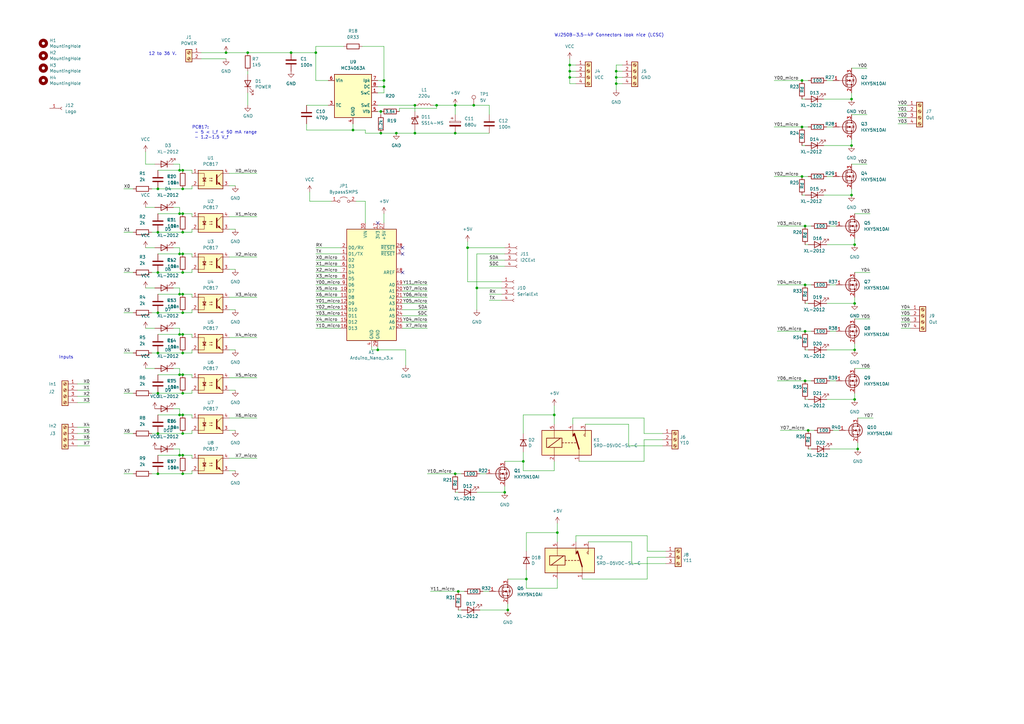
<source format=kicad_sch>
(kicad_sch (version 20211123) (generator eeschema)
  (paper "A3")
  (junction (at 101.6 21.59))
  (junction (at 74.93 170.18))
  (junction (at 350.52 163.83))
  (junction (at 73.66 186.69))
  (junction (at 64.77 128.27))
  (junction (at 350.52 100.33))
  (junction (at 73.66 153.67))
  (junction (at 73.66 87.63))
  (junction (at 191.77 101.6))
  (junction (at 170.18 43.18))
  (junction (at 74.93 161.29))
  (junction (at 64.77 194.31))
  (junction (at 207.01 201.93))
  (junction (at 64.77 144.78))
  (junction (at 179.07 43.18))
  (junction (at 227.33 170.18))
  (junction (at 208.28 250.19))
  (junction (at 74.93 111.76))
  (junction (at 186.69 43.18))
  (junction (at 215.9 237.49))
  (junction (at 252.73 34.29))
  (junction (at 74.93 144.78))
  (junction (at 195.58 118.11))
  (junction (at 73.66 120.65))
  (junction (at 233.68 31.75))
  (junction (at 92.71 21.59))
  (junction (at 119.38 21.59))
  (junction (at 328.93 33.02))
  (junction (at 74.93 194.31))
  (junction (at 233.68 29.21))
  (junction (at 187.96 242.57))
  (junction (at 157.48 33.02))
  (junction (at 350.52 124.46))
  (junction (at 252.73 29.21))
  (junction (at 330.2 116.84))
  (junction (at 64.77 177.8))
  (junction (at 74.93 104.14))
  (junction (at 157.48 35.56))
  (junction (at 74.93 128.27))
  (junction (at 156.21 45.72))
  (junction (at 73.66 69.85))
  (junction (at 74.93 177.8))
  (junction (at 144.78 53.34))
  (junction (at 350.52 143.51))
  (junction (at 186.69 54.61))
  (junction (at 228.6 218.44))
  (junction (at 154.94 143.51))
  (junction (at 74.93 137.16))
  (junction (at 349.25 80.01))
  (junction (at 194.31 43.18))
  (junction (at 74.93 120.65))
  (junction (at 330.2 92.71))
  (junction (at 162.56 54.61))
  (junction (at 73.66 104.14))
  (junction (at 214.63 189.23))
  (junction (at 328.93 52.07))
  (junction (at 328.93 72.39))
  (junction (at 73.66 137.16))
  (junction (at 74.93 95.25))
  (junction (at 351.79 184.15))
  (junction (at 252.73 31.75))
  (junction (at 233.68 26.67))
  (junction (at 330.2 135.89))
  (junction (at 349.25 59.69))
  (junction (at 129.54 21.59))
  (junction (at 74.93 153.67))
  (junction (at 330.2 156.21))
  (junction (at 64.77 111.76))
  (junction (at 74.93 87.63))
  (junction (at 170.18 54.61))
  (junction (at 349.25 40.64))
  (junction (at 74.93 77.47))
  (junction (at 64.77 161.29))
  (junction (at 156.21 54.61))
  (junction (at 186.69 194.31))
  (junction (at 74.93 69.85))
  (junction (at 64.77 77.47))
  (junction (at 64.77 95.25))
  (junction (at 74.93 186.69))
  (junction (at 331.47 176.53))
  (junction (at 73.66 170.18))
  (no_connect (at 165.1 101.6))
  (no_connect (at 165.1 104.14))
  (no_connect (at 154.94 91.44))
  (no_connect (at 165.1 111.76))
  (wire (pts (xy 179.07 43.18) (xy 177.8 43.18)))
  (wire (pts (xy 78.74 160.02) (xy 78.74 161.29)))
  (wire (pts (xy 200.66 43.18) (xy 194.31 43.18)))
  (wire (pts (xy 368.3 45.72) (xy 372.11 45.72)))
  (wire (pts (xy 129.54 101.6) (xy 139.7 101.6)))
  (wire (pts (xy 200.66 120.65) (xy 205.74 120.65)))
  (wire (pts (xy 350.52 121.92) (xy 350.52 124.46)))
  (wire (pts (xy 330.2 163.83) (xy 331.47 163.83)))
  (wire (pts (xy 73.66 67.31) (xy 73.66 69.85)))
  (wire (pts (xy 101.6 43.18) (xy 101.6 38.1)))
  (wire (pts (xy 71.12 151.13) (xy 73.66 151.13)))
  (wire (pts (xy 154.94 38.1) (xy 157.48 38.1)))
  (wire (pts (xy 350.52 130.81) (xy 356.87 130.81)))
  (wire (pts (xy 208.28 247.65) (xy 208.28 250.19)))
  (wire (pts (xy 129.54 33.02) (xy 129.54 21.59)))
  (wire (pts (xy 74.93 161.29) (xy 78.74 161.29)))
  (wire (pts (xy 93.98 160.02) (xy 96.52 160.02)))
  (wire (pts (xy 330.2 143.51) (xy 331.47 143.51)))
  (wire (pts (xy 340.36 116.84) (xy 342.9 116.84)))
  (wire (pts (xy 196.85 194.31) (xy 199.39 194.31)))
  (wire (pts (xy 340.36 92.71) (xy 342.9 92.71)))
  (wire (pts (xy 154.94 45.72) (xy 156.21 45.72)))
  (wire (pts (xy 166.37 149.86) (xy 166.37 143.51)))
  (wire (pts (xy 165.1 127) (xy 175.26 127)))
  (wire (pts (xy 179.07 44.45) (xy 179.07 43.18)))
  (wire (pts (xy 339.09 143.51) (xy 350.52 143.51)))
  (wire (pts (xy 227.33 193.04) (xy 214.63 193.04)))
  (wire (pts (xy 369.57 127) (xy 373.38 127)))
  (wire (pts (xy 93.98 176.53) (xy 96.52 176.53)))
  (wire (pts (xy 64.77 77.47) (xy 74.93 77.47)))
  (wire (pts (xy 349.25 38.1) (xy 349.25 40.64)))
  (wire (pts (xy 74.93 186.69) (xy 78.74 186.69)))
  (wire (pts (xy 78.74 176.53) (xy 78.74 177.8)))
  (wire (pts (xy 340.36 156.21) (xy 342.9 156.21)))
  (wire (pts (xy 264.16 180.34) (xy 271.78 180.34)))
  (wire (pts (xy 73.66 186.69) (xy 74.93 186.69)))
  (wire (pts (xy 134.62 33.02) (xy 129.54 33.02)))
  (wire (pts (xy 92.71 21.59) (xy 101.6 21.59)))
  (wire (pts (xy 228.6 241.3) (xy 215.9 241.3)))
  (wire (pts (xy 101.6 21.59) (xy 119.38 21.59)))
  (wire (pts (xy 339.09 33.02) (xy 341.63 33.02)))
  (wire (pts (xy 50.8 111.76) (xy 54.61 111.76)))
  (wire (pts (xy 157.48 19.05) (xy 157.48 33.02)))
  (wire (pts (xy 62.23 144.78) (xy 64.77 144.78)))
  (wire (pts (xy 74.93 87.63) (xy 78.74 87.63)))
  (wire (pts (xy 59.69 134.62) (xy 63.5 134.62)))
  (wire (pts (xy 175.26 194.31) (xy 186.69 194.31)))
  (wire (pts (xy 234.95 173.99) (xy 234.95 171.45)))
  (wire (pts (xy 317.5 33.02) (xy 328.93 33.02)))
  (wire (pts (xy 369.57 129.54) (xy 373.38 129.54)))
  (wire (pts (xy 146.05 82.55) (xy 149.86 82.55)))
  (wire (pts (xy 157.48 87.63) (xy 157.48 91.44)))
  (wire (pts (xy 214.63 193.04) (xy 214.63 189.23)))
  (wire (pts (xy 265.43 219.71) (xy 265.43 226.06)))
  (wire (pts (xy 252.73 31.75) (xy 252.73 29.21)))
  (wire (pts (xy 74.93 144.78) (xy 78.74 144.78)))
  (wire (pts (xy 64.77 120.65) (xy 73.66 120.65)))
  (wire (pts (xy 78.74 127) (xy 78.74 128.27)))
  (wire (pts (xy 148.59 19.05) (xy 157.48 19.05)))
  (wire (pts (xy 186.69 194.31) (xy 189.23 194.31)))
  (wire (pts (xy 252.73 34.29) (xy 255.27 34.29)))
  (wire (pts (xy 64.77 186.69) (xy 73.66 186.69)))
  (wire (pts (xy 368.3 50.8) (xy 372.11 50.8)))
  (wire (pts (xy 252.73 31.75) (xy 255.27 31.75)))
  (wire (pts (xy 50.8 177.8) (xy 54.61 177.8)))
  (wire (pts (xy 71.12 184.15) (xy 73.66 184.15)))
  (wire (pts (xy 191.77 101.6) (xy 207.01 101.6)))
  (wire (pts (xy 74.93 77.47) (xy 78.74 77.47)))
  (wire (pts (xy 154.94 143.51) (xy 152.4 143.51)))
  (wire (pts (xy 78.74 138.43) (xy 78.74 137.16)))
  (wire (pts (xy 78.74 110.49) (xy 78.74 111.76)))
  (wire (pts (xy 78.74 76.2) (xy 78.74 77.47)))
  (wire (pts (xy 349.25 77.47) (xy 349.25 80.01)))
  (wire (pts (xy 252.73 26.67) (xy 255.27 26.67)))
  (wire (pts (xy 59.69 67.31) (xy 63.5 67.31)))
  (wire (pts (xy 191.77 115.57) (xy 191.77 101.6)))
  (wire (pts (xy 234.95 171.45) (xy 264.16 171.45)))
  (wire (pts (xy 241.3 222.25) (xy 259.08 222.25)))
  (wire (pts (xy 129.54 114.3) (xy 139.7 114.3)))
  (wire (pts (xy 330.2 124.46) (xy 331.47 124.46)))
  (wire (pts (xy 318.77 116.84) (xy 330.2 116.84)))
  (wire (pts (xy 129.54 129.54) (xy 139.7 129.54)))
  (wire (pts (xy 71.12 134.62) (xy 73.66 134.62)))
  (wire (pts (xy 265.43 228.6) (xy 273.05 228.6)))
  (wire (pts (xy 129.54 132.08) (xy 139.7 132.08)))
  (wire (pts (xy 349.25 27.94) (xy 355.6 27.94)))
  (wire (pts (xy 337.82 59.69) (xy 349.25 59.69)))
  (wire (pts (xy 340.36 135.89) (xy 342.9 135.89)))
  (wire (pts (xy 195.58 118.11) (xy 205.74 118.11)))
  (wire (pts (xy 328.93 72.39) (xy 331.47 72.39)))
  (wire (pts (xy 78.74 143.51) (xy 78.74 144.78)))
  (wire (pts (xy 265.43 237.49) (xy 265.43 228.6)))
  (wire (pts (xy 165.1 121.92) (xy 175.26 121.92)))
  (wire (pts (xy 196.85 250.19) (xy 208.28 250.19)))
  (wire (pts (xy 227.33 189.23) (xy 227.33 193.04)))
  (wire (pts (xy 78.74 187.96) (xy 78.74 186.69)))
  (wire (pts (xy 317.5 72.39) (xy 328.93 72.39)))
  (wire (pts (xy 350.52 97.79) (xy 350.52 100.33)))
  (wire (pts (xy 64.77 177.8) (xy 74.93 177.8)))
  (wire (pts (xy 73.66 170.18) (xy 74.93 170.18)))
  (wire (pts (xy 129.54 127) (xy 139.7 127)))
  (wire (pts (xy 64.77 104.14) (xy 73.66 104.14)))
  (wire (pts (xy 73.66 118.11) (xy 73.66 120.65)))
  (wire (pts (xy 78.74 93.98) (xy 78.74 95.25)))
  (wire (pts (xy 214.63 189.23) (xy 214.63 185.42)))
  (wire (pts (xy 351.79 181.61) (xy 351.79 184.15)))
  (wire (pts (xy 162.56 54.61) (xy 156.21 54.61)))
  (wire (pts (xy 129.54 111.76) (xy 139.7 111.76)))
  (wire (pts (xy 129.54 134.62) (xy 139.7 134.62)))
  (wire (pts (xy 259.08 222.25) (xy 259.08 231.14)))
  (wire (pts (xy 165.1 116.84) (xy 175.26 116.84)))
  (wire (pts (xy 64.77 153.67) (xy 73.66 153.67)))
  (wire (pts (xy 50.8 161.29) (xy 54.61 161.29)))
  (wire (pts (xy 252.73 36.83) (xy 252.73 34.29)))
  (wire (pts (xy 93.98 171.45) (xy 105.41 171.45)))
  (wire (pts (xy 73.66 87.63) (xy 74.93 87.63)))
  (wire (pts (xy 233.68 26.67) (xy 236.22 26.67)))
  (wire (pts (xy 144.78 53.34) (xy 144.78 50.8)))
  (wire (pts (xy 78.74 171.45) (xy 78.74 170.18)))
  (wire (pts (xy 350.52 87.63) (xy 356.87 87.63)))
  (wire (pts (xy 74.93 153.67) (xy 78.74 153.67)))
  (wire (pts (xy 129.54 119.38) (xy 139.7 119.38)))
  (wire (pts (xy 82.55 24.13) (xy 92.71 24.13)))
  (wire (pts (xy 154.94 142.24) (xy 154.94 143.51)))
  (wire (pts (xy 93.98 193.04) (xy 96.52 193.04)))
  (wire (pts (xy 328.93 80.01) (xy 330.2 80.01)))
  (wire (pts (xy 125.73 43.18) (xy 134.62 43.18)))
  (wire (pts (xy 59.69 85.09) (xy 63.5 85.09)))
  (wire (pts (xy 129.54 19.05) (xy 140.97 19.05)))
  (wire (pts (xy 129.54 106.68) (xy 139.7 106.68)))
  (wire (pts (xy 200.66 109.22) (xy 207.01 109.22)))
  (wire (pts (xy 170.18 43.18) (xy 170.18 45.72)))
  (wire (pts (xy 31.75 175.26) (xy 36.83 175.26)))
  (wire (pts (xy 74.93 194.31) (xy 78.74 194.31)))
  (wire (pts (xy 149.86 82.55) (xy 149.86 91.44)))
  (wire (pts (xy 31.75 165.1) (xy 36.83 165.1)))
  (wire (pts (xy 341.63 176.53) (xy 344.17 176.53)))
  (wire (pts (xy 73.66 134.62) (xy 73.66 137.16)))
  (wire (pts (xy 233.68 26.67) (xy 233.68 29.21)))
  (wire (pts (xy 233.68 34.29) (xy 236.22 34.29)))
  (wire (pts (xy 349.25 46.99) (xy 355.6 46.99)))
  (wire (pts (xy 264.16 171.45) (xy 264.16 177.8)))
  (wire (pts (xy 257.81 182.88) (xy 271.78 182.88)))
  (wire (pts (xy 349.25 67.31) (xy 355.6 67.31)))
  (wire (pts (xy 186.69 43.18) (xy 194.31 43.18)))
  (wire (pts (xy 257.81 173.99) (xy 257.81 182.88)))
  (wire (pts (xy 127 78.74) (xy 127 82.55)))
  (wire (pts (xy 330.2 156.21) (xy 332.74 156.21)))
  (wire (pts (xy 50.8 95.25) (xy 54.61 95.25)))
  (wire (pts (xy 59.69 151.13) (xy 63.5 151.13)))
  (wire (pts (xy 207.01 199.39) (xy 207.01 201.93)))
  (wire (pts (xy 93.98 187.96) (xy 105.41 187.96)))
  (wire (pts (xy 259.08 231.14) (xy 273.05 231.14)))
  (wire (pts (xy 71.12 101.6) (xy 73.66 101.6)))
  (wire (pts (xy 179.07 43.18) (xy 186.69 43.18)))
  (wire (pts (xy 265.43 226.06) (xy 273.05 226.06)))
  (wire (pts (xy 170.18 53.34) (xy 170.18 54.61)))
  (wire (pts (xy 74.93 120.65) (xy 78.74 120.65)))
  (wire (pts (xy 227.33 170.18) (xy 227.33 173.99)))
  (wire (pts (xy 252.73 29.21) (xy 255.27 29.21)))
  (wire (pts (xy 31.75 160.02) (xy 36.83 160.02)))
  (wire (pts (xy 165.1 132.08) (xy 175.26 132.08)))
  (wire (pts (xy 129.54 124.46) (xy 139.7 124.46)))
  (wire (pts (xy 50.8 128.27) (xy 54.61 128.27)))
  (wire (pts (xy 318.77 135.89) (xy 330.2 135.89)))
  (wire (pts (xy 93.98 93.98) (xy 96.52 93.98)))
  (wire (pts (xy 62.23 177.8) (xy 64.77 177.8)))
  (wire (pts (xy 78.74 105.41) (xy 78.74 104.14)))
  (wire (pts (xy 228.6 218.44) (xy 228.6 222.25)))
  (wire (pts (xy 129.54 121.92) (xy 139.7 121.92)))
  (wire (pts (xy 93.98 154.94) (xy 105.41 154.94)))
  (wire (pts (xy 156.21 45.72) (xy 156.21 46.99)))
  (wire (pts (xy 170.18 54.61) (xy 162.56 54.61)))
  (wire (pts (xy 236.22 219.71) (xy 265.43 219.71)))
  (wire (pts (xy 93.98 105.41) (xy 105.41 105.41)))
  (wire (pts (xy 93.98 121.92) (xy 105.41 121.92)))
  (wire (pts (xy 330.2 116.84) (xy 332.74 116.84)))
  (wire (pts (xy 82.55 21.59) (xy 92.71 21.59)))
  (wire (pts (xy 73.66 69.85) (xy 74.93 69.85)))
  (wire (pts (xy 73.66 153.67) (xy 74.93 153.67)))
  (wire (pts (xy 73.66 151.13) (xy 73.66 153.67)))
  (wire (pts (xy 93.98 76.2) (xy 96.52 76.2)))
  (wire (pts (xy 233.68 24.13) (xy 233.68 26.67)))
  (wire (pts (xy 73.66 85.09) (xy 73.66 87.63)))
  (wire (pts (xy 238.76 237.49) (xy 265.43 237.49)))
  (wire (pts (xy 101.6 29.21) (xy 101.6 30.48)))
  (wire (pts (xy 195.58 118.11) (xy 195.58 104.14)))
  (wire (pts (xy 331.47 184.15) (xy 332.74 184.15)))
  (wire (pts (xy 149.86 54.61) (xy 149.86 53.34)))
  (wire (pts (xy 74.93 137.16) (xy 78.74 137.16)))
  (wire (pts (xy 156.21 54.61) (xy 149.86 54.61)))
  (wire (pts (xy 214.63 170.18) (xy 227.33 170.18)))
  (wire (pts (xy 215.9 226.06) (xy 215.9 218.44)))
  (wire (pts (xy 31.75 182.88) (xy 36.83 182.88)))
  (wire (pts (xy 74.93 69.85) (xy 78.74 69.85)))
  (wire (pts (xy 64.77 128.27) (xy 74.93 128.27)))
  (wire (pts (xy 74.93 104.14) (xy 78.74 104.14)))
  (wire (pts (xy 318.77 92.71) (xy 330.2 92.71)))
  (wire (pts (xy 339.09 52.07) (xy 341.63 52.07)))
  (wire (pts (xy 186.69 54.61) (xy 200.66 54.61)))
  (wire (pts (xy 349.25 57.15) (xy 349.25 59.69)))
  (wire (pts (xy 78.74 121.92) (xy 78.74 120.65)))
  (wire (pts (xy 93.98 127) (xy 96.52 127)))
  (wire (pts (xy 195.58 127) (xy 195.58 118.11)))
  (wire (pts (xy 129.54 21.59) (xy 129.54 19.05)))
  (wire (pts (xy 252.73 29.21) (xy 252.73 26.67)))
  (wire (pts (xy 62.23 95.25) (xy 64.77 95.25)))
  (wire (pts (xy 214.63 177.8) (xy 214.63 170.18)))
  (wire (pts (xy 186.69 201.93) (xy 187.96 201.93)))
  (wire (pts (xy 233.68 31.75) (xy 236.22 31.75)))
  (wire (pts (xy 129.54 104.14) (xy 139.7 104.14)))
  (wire (pts (xy 198.12 242.57) (xy 200.66 242.57)))
  (wire (pts (xy 200.66 46.99) (xy 200.66 43.18)))
  (wire (pts (xy 166.37 143.51) (xy 154.94 143.51)))
  (wire (pts (xy 205.74 115.57) (xy 191.77 115.57)))
  (wire (pts (xy 78.74 193.04) (xy 78.74 194.31)))
  (wire (pts (xy 154.94 33.02) (xy 157.48 33.02)))
  (wire (pts (xy 330.2 135.89) (xy 332.74 135.89)))
  (wire (pts (xy 64.77 170.18) (xy 73.66 170.18)))
  (wire (pts (xy 317.5 52.07) (xy 328.93 52.07)))
  (wire (pts (xy 152.4 143.51) (xy 152.4 142.24)))
  (wire (pts (xy 163.83 45.72) (xy 163.83 44.45)))
  (wire (pts (xy 154.94 43.18) (xy 170.18 43.18)))
  (wire (pts (xy 252.73 34.29) (xy 252.73 31.75)))
  (wire (pts (xy 330.2 92.71) (xy 332.74 92.71)))
  (wire (pts (xy 165.1 134.62) (xy 175.26 134.62)))
  (wire (pts (xy 228.6 237.49) (xy 228.6 241.3)))
  (wire (pts (xy 215.9 218.44) (xy 228.6 218.44)))
  (wire (pts (xy 228.6 214.63) (xy 228.6 218.44)))
  (wire (pts (xy 149.86 53.34) (xy 144.78 53.34)))
  (wire (pts (xy 62.23 161.29) (xy 64.77 161.29)))
  (wire (pts (xy 64.77 137.16) (xy 73.66 137.16)))
  (wire (pts (xy 93.98 88.9) (xy 105.41 88.9)))
  (wire (pts (xy 74.93 95.25) (xy 78.74 95.25)))
  (wire (pts (xy 73.66 137.16) (xy 74.93 137.16)))
  (wire (pts (xy 64.77 111.76) (xy 74.93 111.76)))
  (wire (pts (xy 369.57 134.62) (xy 373.38 134.62)))
  (wire (pts (xy 64.77 161.29) (xy 74.93 161.29)))
  (wire (pts (xy 328.93 52.07) (xy 331.47 52.07)))
  (wire (pts (xy 74.93 111.76) (xy 78.74 111.76)))
  (wire (pts (xy 165.1 129.54) (xy 175.26 129.54)))
  (wire (pts (xy 59.69 118.11) (xy 63.5 118.11)))
  (wire (pts (xy 339.09 163.83) (xy 350.52 163.83)))
  (wire (pts (xy 50.8 144.78) (xy 54.61 144.78)))
  (wire (pts (xy 227.33 166.37) (xy 227.33 170.18)))
  (wire (pts (xy 264.16 177.8) (xy 271.78 177.8)))
  (wire (pts (xy 328.93 40.64) (xy 330.2 40.64)))
  (wire (pts (xy 233.68 29.21) (xy 236.22 29.21)))
  (wire (pts (xy 157.48 35.56) (xy 154.94 35.56)))
  (wire (pts (xy 78.74 71.12) (xy 78.74 69.85)))
  (wire (pts (xy 264.16 189.23) (xy 264.16 180.34)))
  (wire (pts (xy 62.23 77.47) (xy 64.77 77.47)))
  (wire (pts (xy 208.28 237.49) (xy 215.9 237.49)))
  (wire (pts (xy 368.3 48.26) (xy 372.11 48.26)))
  (wire (pts (xy 50.8 77.47) (xy 54.61 77.47)))
  (wire (pts (xy 31.75 162.56) (xy 36.83 162.56)))
  (wire (pts (xy 200.66 106.68) (xy 207.01 106.68)))
  (wire (pts (xy 62.23 194.31) (xy 64.77 194.31)))
  (wire (pts (xy 339.09 72.39) (xy 341.63 72.39)))
  (wire (pts (xy 236.22 222.25) (xy 236.22 219.71)))
  (wire (pts (xy 187.96 242.57) (xy 190.5 242.57)))
  (wire (pts (xy 64.77 95.25) (xy 74.93 95.25)))
  (wire (pts (xy 350.52 151.13) (xy 356.87 151.13)))
  (wire (pts (xy 74.93 170.18) (xy 78.74 170.18)))
  (wire (pts (xy 62.23 128.27) (xy 64.77 128.27)))
  (wire (pts (xy 59.69 62.23) (xy 59.69 67.31)))
  (wire (pts (xy 31.75 177.8) (xy 36.83 177.8)))
  (wire (pts (xy 369.57 132.08) (xy 373.38 132.08)))
  (wire (pts (xy 157.48 38.1) (xy 157.48 35.56)))
  (wire (pts (xy 351.79 171.45) (xy 358.14 171.45)))
  (wire (pts (xy 165.1 119.38) (xy 175.26 119.38)))
  (wire (pts (xy 339.09 124.46) (xy 350.52 124.46)))
  (wire (pts (xy 64.77 144.78) (xy 74.93 144.78)))
  (wire (pts (xy 350.52 140.97) (xy 350.52 143.51)))
  (wire (pts (xy 71.12 67.31) (xy 73.66 67.31)))
  (wire (pts (xy 73.66 101.6) (xy 73.66 104.14)))
  (wire (pts (xy 71.12 85.09) (xy 73.66 85.09)))
  (wire (pts (xy 129.54 109.22) (xy 139.7 109.22)))
  (wire (pts (xy 368.3 43.18) (xy 372.11 43.18)))
  (wire (pts (xy 59.69 101.6) (xy 63.5 101.6)))
  (wire (pts (xy 125.73 53.34) (xy 144.78 53.34)))
  (wire (pts (xy 93.98 138.43) (xy 105.41 138.43)))
  (wire (pts (xy 125.73 50.8) (xy 125.73 53.34)))
  (wire (pts (xy 119.38 21.59) (xy 129.54 21.59)))
  (wire (pts (xy 170.18 54.61) (xy 186.69 54.61)))
  (wire (pts (xy 233.68 31.75) (xy 233.68 34.29)))
  (wire (pts (xy 187.96 250.19) (xy 189.23 250.19)))
  (wire (pts (xy 195.58 104.14) (xy 207.01 104.14)))
  (wire (pts (xy 350.52 111.76) (xy 356.87 111.76)))
  (wire (pts (xy 240.03 173.99) (xy 257.81 173.99)))
  (wire (pts (xy 337.82 80.01) (xy 349.25 80.01)))
  (wire (pts (xy 186.69 43.18) (xy 186.69 46.99)))
  (wire (pts (xy 163.83 44.45) (xy 179.07 44.45)))
  (wire (pts (xy 73.66 120.65) (xy 74.93 120.65)))
  (wire (pts (xy 71.12 118.11) (xy 73.66 118.11)))
  (wire (pts (xy 78.74 88.9) (xy 78.74 87.63)))
  (wire (pts (xy 318.77 156.21) (xy 330.2 156.21)))
  (wire (pts (xy 207.01 189.23) (xy 214.63 189.23)))
  (wire (pts (xy 129.54 116.84) (xy 139.7 116.84)))
  (wire (pts (xy 157.48 33.02) (xy 157.48 35.56)))
  (wire (pts (xy 78.74 154.94) (xy 78.74 153.67)))
  (wire (pts (xy 350.52 161.29) (xy 350.52 163.83)))
  (wire (pts (xy 320.04 176.53) (xy 331.47 176.53)))
  (wire (pts (xy 237.49 189.23) (xy 264.16 189.23)))
  (wire (pts (xy 73.66 104.14) (xy 74.93 104.14)))
  (wire (pts (xy 195.58 201.93) (xy 207.01 201.93)))
  (wire (pts (xy 93.98 143.51) (xy 96.52 143.51)))
  (wire (pts (xy 50.8 194.31) (xy 54.61 194.31)))
  (wire (pts (xy 62.23 111.76) (xy 64.77 111.76)))
  (wire (pts (xy 340.36 184.15) (xy 351.79 184.15)))
  (wire (pts (xy 176.53 242.57) (xy 187.96 242.57)))
  (wire (pts (xy 330.2 100.33) (xy 331.47 100.33)))
  (wire (pts (xy 74.93 177.8) (xy 78.74 177.8)))
  (wire (pts (xy 31.75 157.48) (xy 36.83 157.48)))
  (wire (pts (xy 337.82 40.64) (xy 349.25 40.64)))
  (wire (pts (xy 215.9 237.49) (xy 215.9 233.68)))
  (wire (pts (xy 191.77 99.06) (xy 191.77 101.6)))
  (wire (pts (xy 93.98 71.12) (xy 105.41 71.12)))
  (wire (pts (xy 331.47 176.53) (xy 334.01 176.53)))
  (wire (pts (xy 93.98 110.49) (xy 96.52 110.49)))
  (wire (pts (xy 73.66 184.15) (xy 73.66 186.69)))
  (wire (pts (xy 73.66 167.64) (xy 73.66 170.18)))
  (wire (pts (xy 127 82.55) (xy 135.89 82.55)))
  (wire (pts (xy 328.93 59.69) (xy 330.2 59.69)))
  (wire (pts (xy 71.12 167.64) (xy 73.66 167.64)))
  (wire (pts (xy 64.77 87.63) (xy 73.66 87.63)))
  (wire (pts (xy 339.09 100.33) (xy 350.52 100.33)))
  (wire (pts (xy 165.1 124.46) (xy 175.26 124.46)))
  (wire (pts (xy 74.93 128.27) (xy 78.74 128.27)))
  (wire (pts (xy 200.66 123.19) (xy 205.74 123.19)))
  (wire (pts (xy 31.75 180.34) (xy 36.83 180.34)))
  (wire (pts (xy 64.77 69.85) (xy 73.66 69.85)))
  (wire (pts (xy 233.68 29.21) (xy 233.68 31.75)))
  (wire (pts (xy 215.9 241.3) (xy 215.9 237.49)))
  (wire (pts (xy 328.93 33.02) (xy 331.47 33.02)))
  (wire (pts (xy 64.77 194.31) (xy 74.93 194.31)))
  (text "Inputs" (at 24.13 147.32 0) (effects (font (size 1.27 1.27)) (justify left bottom)))
  (text "12 to 36 V." (at 60.96 22.86 0) (effects (font (size 1.27 1.27)) (justify left bottom)))
  (text "PC817:\n - 5 < I_f < 50 mA range\n - 1.2-1.5 V_f" (at 78.74 57.15 0) (effects (font (size 1.27 1.27)) (justify left bottom)))
  (text "WJ250B-3.5-4P Connectors look nice (LCSC)\n" (at 227.33 15.24 0) (effects (font (size 1.27 1.27)) (justify left bottom)))
  (label "X1" (at 36.83 160.02 180))
  (label "X3_micro" (at 105.41 121.92 180))
  (label "Y04_micro" (at 175.26 132.08 180))
  (label "Y01_micro" (at 129.54 124.46 0))
  (label "X6" (at 36.83 180.34 180))
  (label "X7_micro" (at 105.41 187.96 180))
  (label "X3" (at 50.8 128.27 0))
  (label "Y02" (at 368.3 48.26 0))
  (label "Y00" (at 355.6 27.94 180))
  (label "Y04" (at 356.87 111.76 180))
  (label "X4" (at 36.83 175.26 180))
  (label "X4" (at 50.8 144.78 0))
  (label "Y01" (at 355.6 46.99 180))
  (label "Y05_micro" (at 175.26 124.46 180))
  (label "Y11_micro" (at 175.26 116.84 180))
  (label "TX" (at 129.54 104.14 0))
  (label "X5" (at 36.83 177.8 180))
  (label "X0_micro" (at 105.41 71.12 180))
  (label "Y01" (at 368.3 45.72 0))
  (label "SDA" (at 200.66 106.68 0))
  (label "Y00_micro" (at 129.54 116.84 0))
  (label "Y06" (at 369.57 132.08 0))
  (label "X0_micro" (at 129.54 106.68 0))
  (label "RX" (at 200.66 120.65 0))
  (label "Y05_micro" (at 318.77 135.89 0))
  (label "Y01_micro" (at 317.5 52.07 0))
  (label "Y06_micro" (at 318.77 156.21 0))
  (label "X2" (at 36.83 162.56 180))
  (label "X5_micro" (at 129.54 119.38 0))
  (label "Y04" (at 369.57 127 0))
  (label "X6_micro" (at 129.54 121.92 0))
  (label "SDC" (at 175.26 129.54 180))
  (label "Y05" (at 356.87 130.81 180))
  (label "Y10_micro" (at 175.26 194.31 0))
  (label "X6_micro" (at 105.41 171.45 180))
  (label "X1_micro" (at 129.54 109.22 0))
  (label "Y00_micro" (at 317.5 33.02 0))
  (label "Y07" (at 358.14 171.45 180))
  (label "X2" (at 50.8 111.76 0))
  (label "X3_micro" (at 129.54 114.3 0))
  (label "X0" (at 50.8 77.47 0))
  (label "X1_micro" (at 105.41 88.9 180))
  (label "Y05" (at 369.57 129.54 0))
  (label "X1" (at 50.8 95.25 0))
  (label "X5_micro" (at 105.41 154.94 180))
  (label "X7_micro" (at 175.26 134.62 180))
  (label "Y10_micro" (at 129.54 134.62 0))
  (label "X4_micro" (at 105.41 138.43 180))
  (label "X0" (at 36.83 157.48 180))
  (label "X7" (at 50.8 194.31 0))
  (label "Y06" (at 356.87 151.13 180))
  (label "SDA" (at 175.26 127 180))
  (label "X7" (at 36.83 182.88 180))
  (label "Y11_micro" (at 176.53 242.57 0))
  (label "Y02_micro" (at 129.54 127 0))
  (label "RX" (at 129.54 101.6 0))
  (label "Y03" (at 368.3 50.8 0))
  (label "X6" (at 50.8 177.8 0))
  (label "X2_micro" (at 105.41 105.41 180))
  (label "Y03_micro" (at 129.54 129.54 0))
  (label "Y02" (at 355.6 67.31 180))
  (label "X3" (at 36.83 165.1 180))
  (label "X5" (at 50.8 161.29 0))
  (label "SDC" (at 200.66 109.22 0))
  (label "Y02_micro" (at 317.5 72.39 0))
  (label "X2_micro" (at 129.54 111.76 0))
  (label "TX" (at 200.66 123.19 0))
  (label "Y00" (at 368.3 43.18 0))
  (label "Y03" (at 356.87 87.63 180))
  (label "Y06_micro" (at 175.26 121.92 180))
  (label "X4_micro" (at 129.54 132.08 0))
  (label "Y04_micro" (at 318.77 116.84 0))
  (label "Y07_micro" (at 320.04 176.53 0))
  (label "Y07_micro" (at 175.26 119.38 180))
  (label "Y07" (at 369.57 134.62 0))
  (label "Y03_micro" (at 318.77 92.71 0))
  (symbol (lib_id "Connector:Screw_Terminal_01x03") (at 276.86 180.34 0) (unit 1)
    (property "Reference" "J6" (at 278.892 179.2732 0) (effects (justify left)))
    (property "Value" "Y10" (at 278.892 181.5846 0) (effects (justify left)))
    (property "Footprint" "TerminalBlock_RND:TerminalBlock_RND_205-00046_1x03_P5.00mm_Horizontal" (effects hide))
    (property "LCSCPart" "C8401" (effects hide))
  )
  (symbol (lib_id "MCU_Module:Arduino_Nano_v3.x") (at 152.4 116.84 0) (unit 1)
    (property "Reference" "A1" (at 152.4 144.5006 0))
    (property "Value" "Arduino_Nano_v3.x" (at 152.4 146.812 0))
    (property "Footprint" "Module:Arduino_Nano" (effects hide))
    (property "Datasheet" "http://www.mouser.com/pdfdocs/Gravitech_Arduino_Nano3_0.pdf" (effects hide))
  )
  (symbol (lib_id "Device:D") (at 214.63 181.61 270) (unit 1)
    (property "Reference" "D2" (at 216.662 180.4416 90) (effects (justify left)))
    (property "Value" "D" (at 216.662 182.753 90) (effects (justify left)))
    (property "Footprint" "Diode_SMD:D_SMA" (effects hide))
    (property "LCSCPart" "C95872" (effects hide))
  )
  (symbol (lib_id "power:GND") (at 166.37 149.86 0) (unit 1)
    (property "Reference" "#PWR0107" (effects hide))
    (property "Value" "GND" (at 166.497 154.2542 0))
  )
  (symbol (lib_id "Relay:SANYOU_SRD_Form_C") (at 232.41 181.61 0) (unit 1)
    (property "Reference" "K1" (at 243.332 180.4416 0) (effects (justify left)))
    (property "Value" "SRD-05VDC-SL-C" (at 243.332 182.753 0) (effects (justify left)))
    (property "Footprint" "Relay_THT:Relay_SPDT_SANYOU_SRD_Series_Form_C" (effects hide))
    (property "Datasheet" "http://www.sanyourelay.ca/public/products/pdf/SRD.pdf" (effects hide))
    (property "LCSCPart" "C35449" (effects hide))
  )
  (symbol (lib_id "Device:LED") (at 101.6 34.29 90) (unit 1)
    (property "Reference" "D1" (at 104.5972 33.2994 90) (effects (justify right)))
    (property "Value" "POWER" (at 104.5972 35.6108 90) (effects (justify right)))
    (property "Footprint" "LED_SMD:LED_0805_2012Metric" (effects hide))
  )
  (symbol (lib_id "Device:R") (at 101.6 25.4 0) (unit 1)
    (property "Reference" "R7" (at 103.378 24.2316 0) (effects (justify left)))
    (property "Value" "1k5" (at 103.378 26.543 0) (effects (justify left)))
    (property "Footprint" "Resistor_SMD:R_0805_2012Metric" (effects hide))
  )
  (symbol (lib_id "power:GND") (at 101.6 43.18 0) (unit 1)
    (property "Reference" "#PWR0109" (effects hide))
    (property "Value" "GND" (at 101.727 47.5742 0))
  )
  (symbol (lib_id "Mechanical:MountingHole") (at 17.78 22.86 0) (unit 1)
    (property "Reference" "H2" (at 20.32 21.59 0) (effects (justify left)))
    (property "Value" "MountingHole" (at 20.32 24.003 0) (effects (justify left)))
    (property "Footprint" "MountingHole:MountingHole_3.2mm_M3_DIN965_Pad" (effects hide))
  )
  (symbol (lib_id "Mechanical:MountingHole") (at 17.78 27.94 0) (unit 1)
    (property "Reference" "H3" (at 20.32 26.7716 0) (effects (justify left)))
    (property "Value" "MountingHole" (at 20.32 29.083 0) (effects (justify left)))
    (property "Footprint" "MountingHole:MountingHole_3.2mm_M3_DIN965_Pad" (effects hide))
  )
  (symbol (lib_id "Mechanical:MountingHole") (at 17.78 33.02 0) (unit 1)
    (property "Reference" "H4" (at 20.32 31.8516 0) (effects (justify left)))
    (property "Value" "MountingHole" (at 20.32 34.163 0) (effects (justify left)))
    (property "Footprint" "MountingHole:MountingHole_3.2mm_M3_DIN965_Pad" (effects hide))
  )
  (symbol (lib_id "Device:LED") (at 67.31 85.09 180) (unit 1)
    (property "Reference" "D4" (at 68.8975 77.47 0))
    (property "Value" "XL-2012" (at 68.8975 80.01 0))
    (property "Footprint" "LED_SMD:LED_0805_2012Metric" (effects hide))
  )
  (symbol (lib_id "Device:R") (at 186.69 198.12 0) (unit 1)
    (property "Reference" "R21" (at 181.61 196.85 0) (effects (justify left)))
    (property "Value" "Rd" (at 186.69 199.39 90) (effects (justify left)))
    (property "Footprint" "Resistor_SMD:R_0805_2012Metric" (effects hide))
  )
  (symbol (lib_id "power:+5V") (at 186.69 43.18 0) (unit 1)
    (property "Reference" "#PWR0125" (effects hide))
    (property "Value" "+5V" (at 186.69 38.1 0))
  )
  (symbol (lib_id "Device:R") (at 58.42 177.8 270) (unit 1)
    (property "Reference" "R8" (at 58.42 171.45 90))
    (property "Value" "2k" (at 58.42 173.99 90))
    (property "Footprint" "Resistor_SMD:R_0805_2012Metric" (effects hide))
  )
  (symbol (lib_id "Device:C") (at 119.38 25.4 0) (unit 1)
    (property "Reference" "C1" (at 123.19 24.1299 0) (effects (justify left)))
    (property "Value" "100n" (at 123.19 26.6699 0) (effects (justify left)))
    (property "Footprint" "Capacitor_SMD:C_0805_2012Metric" (effects hide))
  )
  (symbol (lib_id "Device:LED") (at 336.55 184.15 180) (unit 1)
    (property "Reference" "D22" (at 336.55 181.61 0))
    (property "Value" "XL-2012" (at 335.28 186.69 0))
    (property "Footprint" "LED_SMD:LED_0805_2012Metric" (effects hide))
  )
  (symbol (lib_id "power:+5V") (at 157.48 87.63 0) (unit 1)
    (property "Reference" "#PWR0118" (effects hide))
    (property "Value" "+5V" (at 157.48 82.55 0))
  )
  (symbol (lib_id "Device:C") (at 64.77 73.66 0) (unit 1)
    (property "Reference" "C2" (at 68.58 72.3899 0) (effects (justify left)))
    (property "Value" "100n" (at 68.58 74.9299 0) (effects (justify left)))
    (property "Footprint" "Capacitor_SMD:C_0805_2012Metric" (effects hide))
  )
  (symbol (lib_id "Device:C") (at 125.73 46.99 0) (unit 1)
    (property "Reference" "C10" (at 129.54 45.7199 0) (effects (justify left)))
    (property "Value" "470p" (at 129.54 48.2599 0) (effects (justify left)))
    (property "Footprint" "Capacitor_SMD:C_0805_2012Metric" (effects hide))
  )
  (symbol (lib_id "Device:R") (at 337.82 176.53 90) (unit 1)
    (property "Reference" "R40" (at 342.9 175.26 90))
    (property "Value" "100" (at 337.82 176.53 90))
    (property "Footprint" "Resistor_SMD:R_0805_2012Metric" (effects hide))
  )
  (symbol (lib_id "Device:LED") (at 335.28 100.33 180) (unit 1)
    (property "Reference" "D16" (at 335.28 97.79 0))
    (property "Value" "XL-2012" (at 334.01 102.87 0))
    (property "Footprint" "LED_SMD:LED_0805_2012Metric" (effects hide))
  )
  (symbol (lib_id "Device:R") (at 58.42 128.27 270) (unit 1)
    (property "Reference" "R4" (at 58.42 121.92 90))
    (property "Value" "2k" (at 58.42 124.46 90))
    (property "Footprint" "Resistor_SMD:R_0805_2012Metric" (effects hide))
  )
  (symbol (lib_id "power:GND") (at 162.56 54.61 0) (unit 1)
    (property "Reference" "#PWR0120" (effects hide))
    (property "Value" "GND" (at 162.56 59.69 0))
  )
  (symbol (lib_id "Mechanical:MountingHole") (at 17.78 17.78 0) (unit 1)
    (property "Reference" "H1" (at 20.32 16.6116 0) (effects (justify left)))
    (property "Value" "MountingHole" (at 20.32 18.923 0) (effects (justify left)))
    (property "Footprint" "MountingHole:MountingHole_3.2mm_M3_DIN965_Pad" (effects hide))
  )
  (symbol (lib_id "Device:R") (at 336.55 92.71 90) (unit 1)
    (property "Reference" "R30" (at 341.63 91.44 90))
    (property "Value" "100" (at 336.55 92.71 90))
    (property "Footprint" "Resistor_SMD:R_0805_2012Metric" (effects hide))
  )
  (symbol (lib_id "power:VCC") (at 127 78.74 0) (unit 1)
    (property "Reference" "#PWR0119" (effects hide))
    (property "Value" "VCC" (at 127 73.66 0))
  )
  (symbol (lib_id "Device:R") (at 328.93 36.83 0) (unit 1)
    (property "Reference" "R23" (at 323.85 35.56 0) (effects (justify left)))
    (property "Value" "Rd" (at 328.93 38.1 90) (effects (justify left)))
    (property "Footprint" "Resistor_SMD:R_0805_2012Metric" (effects hide))
  )
  (symbol (lib_id "power:VCC") (at 63.5 184.15 0) (unit 1)
    (property "Reference" "#PWR0110" (effects hide))
    (property "Value" "VCC" (at 63.5 179.07 0))
  )
  (symbol (lib_id "power:GND") (at 349.25 80.01 0) (unit 1)
    (property "Reference" "#PWR0126" (effects hide))
    (property "Value" "GND" (at 349.25 85.09 0))
  )
  (symbol (lib_id "Device:Q_NMOS_GSD") (at 347.98 116.84 0) (unit 1)
    (property "Reference" "Q7" (at 354.33 115.5699 0) (effects (justify left)))
    (property "Value" "HXY5N10AI" (at 354.33 118.1099 0) (effects (justify left)))
    (property "Footprint" "Package_TO_SOT_SMD:SOT-23" (effects hide))
    (property "LCSCPart" "C3033404" (effects hide))
  )
  (symbol (lib_id "power:GND") (at 349.25 59.69 0) (unit 1)
    (property "Reference" "#PWR0128" (effects hide))
    (property "Value" "GND" (at 349.25 64.77 0))
  )
  (symbol (lib_id "Device:LED") (at 67.31 67.31 180) (unit 1)
    (property "Reference" "D3" (at 68.8975 59.69 0))
    (property "Value" "XL-2012" (at 68.8975 62.23 0))
    (property "Footprint" "LED_SMD:LED_0805_2012Metric" (effects hide))
  )
  (symbol (lib_id "power:GND") (at 349.25 40.64 0) (unit 1)
    (property "Reference" "#PWR0132" (effects hide))
    (property "Value" "GND" (at 349.25 45.72 0))
  )
  (symbol (lib_id "power:VCC") (at 63.5 167.64 0) (unit 1)
    (property "Reference" "#PWR0111" (effects hide))
    (property "Value" "VCC" (at 63.5 162.56 0))
  )
  (symbol (lib_id "Device:D") (at 215.9 229.87 270) (unit 1)
    (property "Reference" "D18" (at 217.932 228.7016 90) (effects (justify left)))
    (property "Value" "D" (at 217.932 231.013 90) (effects (justify left)))
    (property "Footprint" "Diode_SMD:D_SMA" (effects hide))
    (property "LCSCPart" "C95872" (effects hide))
  )
  (symbol (lib_id "Connector:TestPoint") (at 194.31 43.18 0) (unit 1)
    (property "Reference" "TP1" (at 196.85 38.6079 0) (effects (justify left)))
    (property "Value" "5V" (at 196.85 41.1479 0) (effects (justify left)))
    (property "Footprint" "TestPoint:TestPoint_Pad_D1.5mm" (effects hide))
  )
  (symbol (lib_id "power:+5V") (at 228.6 214.63 0) (unit 1)
    (property "Reference" "#PWR0137" (effects hide))
    (property "Value" "+5V" (at 228.6 209.55 0))
  )
  (symbol (lib_id "Device:LED") (at 334.01 80.01 180) (unit 1)
    (property "Reference" "D15" (at 334.01 77.47 0))
    (property "Value" "XL-2012" (at 332.74 82.55 0))
    (property "Footprint" "LED_SMD:LED_0805_2012Metric" (effects hide))
  )
  (symbol (lib_id "Device:R") (at 160.02 45.72 90) (unit 1)
    (property "Reference" "R20" (at 160.02 39.37 90))
    (property "Value" "3.6k" (at 160.02 45.72 90))
    (property "Footprint" "Resistor_SMD:R_0805_2012Metric" (effects hide))
  )
  (symbol (lib_id "Connector:Screw_Terminal_01x03") (at 278.13 228.6 0) (unit 1)
    (property "Reference" "J8" (at 280.162 227.5332 0) (effects (justify left)))
    (property "Value" "Y11" (at 280.162 229.8446 0) (effects (justify left)))
    (property "Footprint" "TerminalBlock_RND:TerminalBlock_RND_205-00046_1x03_P5.00mm_Horizontal" (effects hide))
  )
  (symbol (lib_id "Device:R") (at 336.55 116.84 90) (unit 1)
    (property "Reference" "R37" (at 341.63 115.57 90))
    (property "Value" "100" (at 336.55 116.84 90))
    (property "Footprint" "Resistor_SMD:R_0805_2012Metric" (effects hide))
  )
  (symbol (lib_id "Device:R") (at 187.96 246.38 0) (unit 1)
    (property "Reference" "R31" (at 182.88 245.11 0) (effects (justify left)))
    (property "Value" "Rd" (at 187.96 247.65 90) (effects (justify left)))
    (property "Footprint" "Resistor_SMD:R_0805_2012Metric" (effects hide))
  )
  (symbol (lib_id "Device:R") (at 74.93 91.44 0) (mirror x) (unit 1)
    (property "Reference" "R11" (at 72.39 90.1699 0) (effects (justify right)))
    (property "Value" "1k" (at 72.39 92.7099 0) (effects (justify right)))
    (property "Footprint" "Resistor_SMD:R_0805_2012Metric" (effects hide))
  )
  (symbol (lib_id "power:GND") (at 96.52 176.53 0) (unit 1)
    (property "Reference" "#PWR0103" (effects hide))
    (property "Value" "GND" (at 96.52 181.61 0))
  )
  (symbol (lib_id "Device:Q_NMOS_GSD") (at 205.74 242.57 0) (unit 1)
    (property "Reference" "Q6" (at 212.09 241.2999 0) (effects (justify left)))
    (property "Value" "HXY5N10AI" (at 212.09 243.8399 0) (effects (justify left)))
    (property "Footprint" "Package_TO_SOT_SMD:SOT-23" (effects hide))
    (property "LCSCPart" "C3033404" (effects hide))
  )
  (symbol (lib_id "Connector:Screw_Terminal_01x02") (at 77.47 21.59 0) (mirror y) (unit 1)
    (property "Reference" "J1" (at 77.47 15.24 0))
    (property "Value" "POWER" (at 77.47 17.78 0))
    (property "Footprint" "TerminalBlock_RND:TerminalBlock_RND_205-00045_1x02_P5.00mm_Horizontal" (effects hide))
    (property "LCSCPart" "C8404" (effects hide))
  )
  (symbol (lib_id "Device:R") (at 156.21 50.8 0) (unit 1)
    (property "Reference" "R19" (at 158.75 49.5299 0) (effects (justify left)))
    (property "Value" "1.2k" (at 156.21 53.34 90) (effects (justify left)))
    (property "Footprint" "Resistor_SMD:R_0805_2012Metric" (effects hide))
  )
  (symbol (lib_id "Isolator:PC817") (at 86.36 91.44 0) (unit 1)
    (property "Reference" "U2" (at 86.36 82.55 0))
    (property "Value" "PC817" (at 86.36 85.09 0))
    (property "Footprint" "Package_DIP:DIP-4_W7.62mm" (effects hide))
    (property "Datasheet" "http://www.soselectronic.cz/a_info/resource/d/pc817.pdf" (effects hide))
    (property "LCSCPart" "C7473156" (effects hide))
  )
  (symbol (lib_id "Device:LED") (at 334.01 40.64 180) (unit 1)
    (property "Reference" "D13" (at 334.01 38.1 0))
    (property "Value" "XL-2012" (at 332.74 43.18 0))
    (property "Footprint" "LED_SMD:LED_0805_2012Metric" (effects hide))
  )
  (symbol (lib_id "Connector:Screw_Terminal_01x04") (at 378.46 129.54 0) (unit 1)
    (property "Reference" "J9" (at 381 129.5399 0) (effects (justify left)))
    (property "Value" "Out" (at 381 132.0799 0) (effects (justify left)))
    (property "Footprint" "TerminalBlock_RND:TerminalBlock_RND_205-00047_1x04_P5.00mm_Horizontal" (effects hide))
  )
  (symbol (lib_id "power:VCC") (at 59.69 118.11 0) (unit 1)
    (property "Reference" "#PWR0116" (effects hide))
    (property "Value" "VCC" (at 59.69 113.03 0))
  )
  (symbol (lib_id "power:GND") (at 96.52 110.49 0) (unit 1)
    (property "Reference" "#PWR0124" (effects hide))
    (property "Value" "GND" (at 96.52 115.57 0))
  )
  (symbol (lib_id "Connector:Screw_Terminal_01x04") (at 260.35 29.21 0) (unit 1)
    (property "Reference" "J5" (at 262.89 29.2099 0) (effects (justify left)))
    (property "Value" "GND" (at 262.89 31.7499 0) (effects (justify left)))
    (property "Footprint" "TerminalBlock_RND:TerminalBlock_RND_205-00047_1x04_P5.00mm_Horizontal" (effects hide))
  )
  (symbol (lib_id "Device:LED") (at 334.01 59.69 180) (unit 1)
    (property "Reference" "D14" (at 334.01 57.15 0))
    (property "Value" "XL-2012" (at 332.74 62.23 0))
    (property "Footprint" "LED_SMD:LED_0805_2012Metric" (effects hide))
  )
  (symbol (lib_id "Device:R") (at 330.2 96.52 0) (unit 1)
    (property "Reference" "R26" (at 325.12 95.25 0) (effects (justify left)))
    (property "Value" "Rd" (at 330.2 97.79 90) (effects (justify left)))
    (property "Footprint" "Resistor_SMD:R_0805_2012Metric" (effects hide))
  )
  (symbol (lib_id "power:GND") (at 351.79 184.15 0) (unit 1)
    (property "Reference" "#PWR0136" (effects hide))
    (property "Value" "GND" (at 351.79 189.23 0))
  )
  (symbol (lib_id "Isolator:PC817") (at 86.36 124.46 0) (unit 1)
    (property "Reference" "U4" (at 86.36 115.57 0))
    (property "Value" "PC817" (at 86.36 118.11 0))
    (property "Footprint" "Package_DIP:DIP-4_W7.62mm" (effects hide))
    (property "Datasheet" "http://www.soselectronic.cz/a_info/resource/d/pc817.pdf" (effects hide))
    (property "LCSCPart" "C7473156" (effects hide))
  )
  (symbol (lib_id "power:GND") (at 92.71 24.13 0) (unit 1)
    (property "Reference" "#PWR0104" (effects hide))
    (property "Value" "GND" (at 92.71 29.21 0))
  )
  (symbol (lib_id "Device:R") (at 74.93 157.48 0) (mirror x) (unit 1)
    (property "Reference" "R15" (at 72.39 156.2099 0) (effects (justify right)))
    (property "Value" "1k" (at 72.39 158.7499 0) (effects (justify right)))
    (property "Footprint" "Resistor_SMD:R_0805_2012Metric" (effects hide))
  )
  (symbol (lib_id "Device:C") (at 64.77 190.5 0) (unit 1)
    (property "Reference" "C9" (at 68.58 189.2299 0) (effects (justify left)))
    (property "Value" "100n" (at 68.58 191.7699 0) (effects (justify left)))
    (property "Footprint" "Capacitor_SMD:C_0805_2012Metric" (effects hide))
  )
  (symbol (lib_id "Connector:Screw_Terminal_01x04") (at 26.67 160.02 0) (mirror y) (unit 1)
    (property "Reference" "J2" (at 21.209 160.655 0))
    (property "Value" "In1" (at 21.59 157.48 0))
    (property "Footprint" "TerminalBlock_RND:TerminalBlock_RND_205-00047_1x04_P5.00mm_Horizontal" (effects hide))
  )
  (symbol (lib_id "power:GND") (at 195.58 127 0) (unit 1)
    (property "Reference" "#PWR0140" (effects hide))
    (property "Value" "GND" (at 195.58 132.08 0))
  )
  (symbol (lib_id "Device:C") (at 64.77 157.48 0) (unit 1)
    (property "Reference" "C7" (at 68.58 156.2099 0) (effects (justify left)))
    (property "Value" "100n" (at 68.58 158.7499 0) (effects (justify left)))
    (property "Footprint" "Capacitor_SMD:C_0805_2012Metric" (effects hide))
  )
  (symbol (lib_id "Device:LED") (at 335.28 143.51 180) (unit 1)
    (property "Reference" "D20" (at 335.28 140.97 0))
    (property "Value" "XL-2012" (at 334.01 146.05 0))
    (property "Footprint" "LED_SMD:LED_0805_2012Metric" (effects hide))
  )
  (symbol (lib_id "Device:D_Schottky") (at 170.18 49.53 270) (unit 1)
    (property "Reference" "D11" (at 172.72 47.9424 90) (effects (justify left)))
    (property "Value" "SS14-MS" (at 172.72 50.4824 90) (effects (justify left)))
    (property "Footprint" "Diode_SMD:D_SMA" (effects hide))
    (property "LCSCPart" "C2836394" (effects hide))
  )
  (symbol (lib_id "Isolator:PC817") (at 86.36 173.99 0) (unit 1)
    (property "Reference" "U7" (at 86.36 165.1 0))
    (property "Value" "PC817" (at 86.36 167.64 0))
    (property "Footprint" "Package_DIP:DIP-4_W7.62mm" (effects hide))
    (property "Datasheet" "http://www.soselectronic.cz/a_info/resource/d/pc817.pdf" (effects hide))
    (property "LCSCPart" "C7473156" (effects hide))
  )
  (symbol (lib_id "Isolator:PC817") (at 86.36 107.95 0) (unit 1)
    (property "Reference" "U3" (at 86.36 99.06 0))
    (property "Value" "PC817" (at 86.36 101.6 0))
    (property "Footprint" "Package_DIP:DIP-4_W7.62mm" (effects hide))
    (property "Datasheet" "http://www.soselectronic.cz/a_info/resource/d/pc817.pdf" (effects hide))
    (property "LCSCPart" "C7473156" (effects hide))
  )
  (symbol (lib_id "Device:Q_NMOS_GSD") (at 347.98 135.89 0) (unit 1)
    (property "Reference" "Q8" (at 354.33 134.6199 0) (effects (justify left)))
    (property "Value" "HXY5N10AI" (at 354.33 137.1599 0) (effects (justify left)))
    (property "Footprint" "Package_TO_SOT_SMD:SOT-23" (effects hide))
    (property "LCSCPart" "C3033404" (effects hide))
  )
  (symbol (lib_id "power:VCC") (at 233.68 24.13 0) (unit 1)
    (property "Reference" "#PWR0129" (effects hide))
    (property "Value" "VCC" (at 233.68 19.05 0))
  )
  (symbol (lib_id "Isolator:PC817") (at 86.36 73.66 0) (unit 1)
    (property "Reference" "U1" (at 86.36 64.77 0))
    (property "Value" "PC817" (at 86.36 67.31 0))
    (property "Footprint" "Package_DIP:DIP-4_W7.62mm" (effects hide))
    (property "Datasheet" "http://www.soselectronic.cz/a_info/resource/d/pc817.pdf" (effects hide))
    (property "LCSCPart" "C7473156" (effects hide))
  )
  (symbol (lib_id "power:GND") (at 207.01 201.93 0) (unit 1)
    (property "Reference" "#PWR0131" (effects hide))
    (property "Value" "GND" (at 207.01 207.01 0))
  )
  (symbol (lib_id "Device:LED") (at 193.04 250.19 180) (unit 1)
    (property "Reference" "D17" (at 193.04 247.65 0))
    (property "Value" "XL-2012" (at 191.77 252.73 0))
    (property "Footprint" "LED_SMD:LED_0805_2012Metric" (effects hide))
  )
  (symbol (lib_id "Device:LED") (at 335.28 163.83 180) (unit 1)
    (property "Reference" "D21" (at 335.28 161.29 0))
    (property "Value" "XL-2012" (at 334.01 166.37 0))
    (property "Footprint" "LED_SMD:LED_0805_2012Metric" (effects hide))
  )
  (symbol (lib_id "Device:C") (at 64.77 173.99 0) (unit 1)
    (property "Reference" "C8" (at 68.58 172.7199 0) (effects (justify left)))
    (property "Value" "100n" (at 68.58 175.2599 0) (effects (justify left)))
    (property "Footprint" "Capacitor_SMD:C_0805_2012Metric" (effects hide))
  )
  (symbol (lib_id "power:GND") (at 96.52 93.98 0) (unit 1)
    (property "Reference" "#PWR0112" (effects hide))
    (property "Value" "GND" (at 96.52 99.06 0))
  )
  (symbol (lib_id "Device:R") (at 74.93 124.46 0) (mirror x) (unit 1)
    (property "Reference" "R13" (at 72.39 123.1899 0) (effects (justify right)))
    (property "Value" "1k" (at 72.39 125.7299 0) (effects (justify right)))
    (property "Footprint" "Resistor_SMD:R_0805_2012Metric" (effects hide))
  )
  (symbol (lib_id "Device:R") (at 331.47 180.34 0) (unit 1)
    (property "Reference" "R36" (at 326.39 179.07 0) (effects (justify left)))
    (property "Value" "Rd" (at 331.47 181.61 90) (effects (justify left)))
    (property "Footprint" "Resistor_SMD:R_0805_2012Metric" (effects hide))
  )
  (symbol (lib_id "Device:R") (at 336.55 156.21 90) (unit 1)
    (property "Reference" "R39" (at 341.63 154.94 90))
    (property "Value" "100" (at 336.55 156.21 90))
    (property "Footprint" "Resistor_SMD:R_0805_2012Metric" (effects hide))
  )
  (symbol (lib_id "Device:C") (at 64.77 124.46 0) (unit 1)
    (property "Reference" "C5" (at 68.58 123.1899 0) (effects (justify left)))
    (property "Value" "100n" (at 68.58 125.7299 0) (effects (justify left)))
    (property "Footprint" "Capacitor_SMD:C_0805_2012Metric" (effects hide))
  )
  (symbol (lib_id "Device:R") (at 58.42 144.78 270) (unit 1)
    (property "Reference" "R5" (at 58.42 138.43 90))
    (property "Value" "2k" (at 58.42 140.97 90))
    (property "Footprint" "Resistor_SMD:R_0805_2012Metric" (effects hide))
  )
  (symbol (lib_id "Device:Q_NMOS_GSD") (at 346.71 33.02 0) (unit 1)
    (property "Reference" "Q2" (at 353.06 31.7499 0) (effects (justify left)))
    (property "Value" "HXY5N10AI" (at 353.06 34.2899 0) (effects (justify left)))
    (property "Footprint" "Package_TO_SOT_SMD:SOT-23" (effects hide))
    (property "LCSCPart" "C3033404" (effects hide))
  )
  (symbol (lib_id "Device:C") (at 64.77 107.95 0) (unit 1)
    (property "Reference" "C4" (at 68.58 106.6799 0) (effects (justify left)))
    (property "Value" "100n" (at 68.58 109.2199 0) (effects (justify left)))
    (property "Footprint" "Capacitor_SMD:C_0805_2012Metric" (effects hide))
  )
  (symbol (lib_id "Device:R") (at 58.42 194.31 270) (unit 1)
    (property "Reference" "R9" (at 58.42 187.96 90))
    (property "Value" "2k" (at 58.42 190.5 90))
    (property "Footprint" "Resistor_SMD:R_0805_2012Metric" (effects hide))
  )
  (symbol (lib_id "power:GND") (at 96.52 193.04 0) (unit 1)
    (property "Reference" "#PWR0102" (effects hide))
    (property "Value" "GND" (at 96.52 198.12 0))
  )
  (symbol (lib_id "Device:R") (at 335.28 72.39 90) (unit 1)
    (property "Reference" "R29" (at 340.36 71.12 90))
    (property "Value" "100" (at 335.28 72.39 90))
    (property "Footprint" "Resistor_SMD:R_0805_2012Metric" (effects hide))
  )
  (symbol (lib_id "Device:R") (at 74.93 190.5 0) (mirror x) (unit 1)
    (property "Reference" "R17" (at 72.39 189.2299 0) (effects (justify right)))
    (property "Value" "1k" (at 72.39 191.7699 0) (effects (justify right)))
    (property "Footprint" "Resistor_SMD:R_0805_2012Metric" (effects hide))
  )
  (symbol (lib_id "Device:Q_NMOS_GSD") (at 204.47 194.31 0) (unit 1)
    (property "Reference" "Q1" (at 210.82 193.0399 0) (effects (justify left)))
    (property "Value" "HXY5N10AI" (at 210.82 195.5799 0) (effects (justify left)))
    (property "Footprint" "Package_TO_SOT_SMD:SOT-23" (effects hide))
    (property "LCSCPart" "C3033404" (effects hide))
  )
  (symbol (lib_id "Connector:Screw_Terminal_01x04") (at 241.3 29.21 0) (unit 1)
    (property "Reference" "J4" (at 243.84 29.2099 0) (effects (justify left)))
    (property "Value" "VCC" (at 243.84 31.7499 0) (effects (justify left)))
    (property "Footprint" "TerminalBlock_RND:TerminalBlock_RND_205-00047_1x04_P5.00mm_Horizontal" (effects hide))
  )
  (symbol (lib_id "Device:R") (at 58.42 95.25 270) (unit 1)
    (property "Reference" "R2" (at 58.42 88.9 90))
    (property "Value" "2k" (at 58.42 91.44 90))
    (property "Footprint" "Resistor_SMD:R_0805_2012Metric" (effects hide))
  )
  (symbol (lib_id "Device:LED") (at 67.31 134.62 180) (unit 1)
    (property "Reference" "D7" (at 68.8975 127 0))
    (property "Value" "XL-2012" (at 68.8975 129.54 0))
    (property "Footprint" "LED_SMD:LED_0805_2012Metric" (effects hide))
  )
  (symbol (lib_id "Device:R") (at 330.2 160.02 0) (unit 1)
    (property "Reference" "R35" (at 325.12 158.75 0) (effects (justify left)))
    (property "Value" "Rd" (at 330.2 161.29 90) (effects (justify left)))
    (property "Footprint" "Resistor_SMD:R_0805_2012Metric" (effects hide))
  )
  (symbol (lib_id "power:+5V") (at 227.33 166.37 0) (unit 1)
    (property "Reference" "#PWR0108" (effects hide))
    (property "Value" "+5V" (at 227.33 161.29 0))
  )
  (symbol (lib_id "power:VCC") (at 59.69 151.13 0) (unit 1)
    (property "Reference" "#PWR0106" (effects hide))
    (property "Value" "VCC" (at 59.69 146.05 0))
  )
  (symbol (lib_id "Device:R") (at 335.28 33.02 90) (unit 1)
    (property "Reference" "R27" (at 340.36 31.75 90))
    (property "Value" "100" (at 335.28 33.02 90))
    (property "Footprint" "Resistor_SMD:R_0805_2012Metric" (effects hide))
  )
  (symbol (lib_id "Device:L") (at 173.99 43.18 90) (unit 1)
    (property "Reference" "L1" (at 173.99 36.83 90))
    (property "Value" "220u" (at 173.99 39.37 90))
    (property "Footprint" "Inductor_SMD:L_Taiyo-Yuden_NR-80xx" (effects hide))
    (property "LCSCPart" "C168148" (effects hide))
  )
  (symbol (lib_id "Device:C_Polarized") (at 186.69 50.8 0) (unit 1)
    (property "Reference" "C11" (at 190.5 48.6409 0) (effects (justify left)))
    (property "Value" "680u" (at 190.5 51.1809 0) (effects (justify left)))
    (property "Footprint" "Capacitor_SMD:C_Elec_8x10.2" (effects hide))
  )
  (symbol (lib_id "power:GND") (at 350.52 143.51 0) (unit 1)
    (property "Reference" "#PWR0134" (effects hide))
    (property "Value" "GND" (at 350.52 148.59 0))
  )
  (symbol (lib_id "Device:R") (at 328.93 76.2 0) (unit 1)
    (property "Reference" "R25" (at 323.85 74.93 0) (effects (justify left)))
    (property "Value" "Rd" (at 328.93 77.47 90) (effects (justify left)))
    (property "Footprint" "Resistor_SMD:R_0805_2012Metric" (effects hide))
  )
  (symbol (lib_id "Device:LED") (at 191.77 201.93 180) (unit 1)
    (property "Reference" "D12" (at 191.77 199.39 0))
    (property "Value" "XL-2012" (at 190.5 204.47 0))
    (property "Footprint" "LED_SMD:LED_0805_2012Metric" (effects hide))
  )
  (symbol (lib_id "power:+5V") (at 191.77 99.06 0) (unit 1)
    (property "Reference" "#PWR0139" (effects hide))
    (property "Value" "+5V" (at 191.77 93.98 0))
  )
  (symbol (lib_id "power:GND") (at 96.52 127 0) (unit 1)
    (property "Reference" "#PWR0123" (effects hide))
    (property "Value" "GND" (at 96.52 132.08 0))
  )
  (symbol (lib_id "Device:Q_NMOS_GSD") (at 346.71 52.07 0) (unit 1)
    (property "Reference" "Q3" (at 353.06 50.7999 0) (effects (justify left)))
    (property "Value" "HXY5N10AI" (at 353.06 53.3399 0) (effects (justify left)))
    (property "Footprint" "Package_TO_SOT_SMD:SOT-23" (effects hide))
    (property "LCSCPart" "C3033404" (effects hide))
  )
  (symbol (lib_id "Regulator_Switching:MC34063AD") (at 144.78 38.1 0) (unit 1)
    (property "Reference" "U9" (at 144.78 25.4 0))
    (property "Value" "MC34063A" (at 144.78 27.94 0))
    (property "Footprint" "Package_SO:SOIC-8_3.9x4.9mm_P1.27mm" (effects hide))
    (property "Datasheet" "http://www.onsemi.com/pub_link/Collateral/MC34063A-D.PDF" (effects hide))
    (property "LCSCPart" "C18723538" (effects hide))
  )
  (symbol (lib_id "Connector:Screw_Terminal_01x04") (at 377.19 45.72 0) (unit 1)
    (property "Reference" "J7" (at 379.73 45.7199 0) (effects (justify left)))
    (property "Value" "Out" (at 379.73 48.2599 0) (effects (justify left)))
    (property "Footprint" "TerminalBlock_RND:TerminalBlock_RND_205-00047_1x04_P5.00mm_Horizontal" (effects hide))
  )
  (symbol (lib_id "Device:C") (at 64.77 140.97 0) (unit 1)
    (property "Reference" "C6" (at 68.58 139.6999 0) (effects (justify left)))
    (property "Value" "100n" (at 68.58 142.2399 0) (effects (justify left)))
    (property "Footprint" "Capacitor_SMD:C_0805_2012Metric" (effects hide))
  )
  (symbol (lib_id "Device:R") (at 330.2 120.65 0) (unit 1)
    (property "Reference" "R33" (at 325.12 119.38 0) (effects (justify left)))
    (property "Value" "Rd" (at 330.2 121.92 90) (effects (justify left)))
    (property "Footprint" "Resistor_SMD:R_0805_2012Metric" (effects hide))
  )
  (symbol (lib_id "Jumper:Jumper_2_Open") (at 140.97 82.55 0) (unit 1)
    (property "Reference" "JP1" (at 140.97 76.2 0))
    (property "Value" "BypassSMPS" (at 140.97 78.74 0))
    (property "Footprint" "Jumper:SolderJumper-2_P1.3mm_Open_RoundedPad1.0x1.5mm" (effects hide))
  )
  (symbol (lib_id "Device:C") (at 200.66 50.8 0) (unit 1)
    (property "Reference" "C12" (at 204.47 49.5299 0) (effects (justify left)))
    (property "Value" "100n" (at 204.47 52.0699 0) (effects (justify left)))
    (property "Footprint" "Capacitor_SMD:C_0805_2012Metric" (effects hide))
  )
  (symbol (lib_id "Connector:Screw_Terminal_01x04") (at 26.67 177.8 0) (mirror y) (unit 1)
    (property "Reference" "J3" (at 21.59 177.8 0))
    (property "Value" "In2" (at 21.59 174.625 0))
    (property "Footprint" "TerminalBlock_RND:TerminalBlock_RND_205-00047_1x04_P5.00mm_Horizontal" (effects hide))
  )
  (symbol (lib_id "Device:R") (at 335.28 52.07 90) (unit 1)
    (property "Reference" "R28" (at 340.36 50.8 90))
    (property "Value" "100" (at 335.28 52.07 90))
    (property "Footprint" "Resistor_SMD:R_0805_2012Metric" (effects hide))
  )
  (symbol (lib_id "Device:R") (at 58.42 111.76 270) (unit 1)
    (property "Reference" "R3" (at 58.42 105.41 90))
    (property "Value" "2k" (at 58.42 107.95 90))
    (property "Footprint" "Resistor_SMD:R_0805_2012Metric" (effects hide))
  )
  (symbol (lib_id "power:GND") (at 96.52 76.2 0) (unit 1)
    (property "Reference" "#PWR0113" (effects hide))
    (property "Value" "GND" (at 96.52 81.28 0))
  )
  (symbol (lib_id "power:VCC") (at 92.71 21.59 0) (unit 1)
    (property "Reference" "#PWR0105" (effects hide))
    (property "Value" "VCC" (at 92.71 16.51 0))
  )
  (symbol (lib_id "Device:LED") (at 67.31 167.64 180) (unit 1)
    (property "Reference" "D9" (at 68.8975 160.02 0))
    (property "Value" "XL-2012" (at 68.8975 162.56 0))
    (property "Footprint" "LED_SMD:LED_0805_2012Metric" (effects hide))
  )
  (symbol (lib_id "power:GND") (at 350.52 124.46 0) (unit 1)
    (property "Reference" "#PWR0138" (effects hide))
    (property "Value" "GND" (at 350.52 129.54 0))
  )
  (symbol (lib_id "Device:R") (at 74.93 73.66 0) (mirror x) (unit 1)
    (property "Reference" "R10" (at 72.39 72.3899 0) (effects (justify right)))
    (property "Value" "1k" (at 72.39 74.9299 0) (effects (justify right)))
    (property "Footprint" "Resistor_SMD:R_0805_2012Metric" (effects hide))
  )
  (symbol (lib_id "power:VCC") (at 59.69 85.09 0) (unit 1)
    (property "Reference" "#PWR0114" (effects hide))
    (property "Value" "VCC" (at 59.69 80.01 0))
  )
  (symbol (lib_id "Device:LED") (at 67.31 101.6 180) (unit 1)
    (property "Reference" "D5" (at 68.8975 93.98 0))
    (property "Value" "XL-2012" (at 68.8975 96.52 0))
    (property "Footprint" "LED_SMD:LED_0805_2012Metric" (effects hide))
  )
  (symbol (lib_id "Device:R") (at 74.93 173.99 0) (mirror x) (unit 1)
    (property "Reference" "R16" (at 72.39 172.7199 0) (effects (justify right)))
    (property "Value" "1k" (at 72.39 175.2599 0) (effects (justify right)))
    (property "Footprint" "Resistor_SMD:R_0805_2012Metric" (effects hide))
  )
  (symbol (lib_id "Relay:SANYOU_SRD_Form_C") (at 233.68 229.87 0) (unit 1)
    (property "Reference" "K2" (at 244.602 228.7016 0) (effects (justify left)))
    (property "Value" "SRD-05VDC-SL-C" (at 244.602 231.013 0) (effects (justify left)))
    (property "Footprint" "Relay_THT:Relay_SPDT_SANYOU_SRD_Series_Form_C" (effects hide))
    (property "Datasheet" "http://www.sanyourelay.ca/public/products/pdf/SRD.pdf" (effects hide))
    (property "LCSCPart" "C35449" (effects hide))
  )
  (symbol (lib_id "Device:R") (at 58.42 77.47 270) (unit 1)
    (property "Reference" "R1" (at 58.42 71.12 90))
    (property "Value" "2k" (at 58.42 73.66 90))
    (property "Footprint" "Resistor_SMD:R_0805_2012Metric" (effects hide))
  )
  (symbol (lib_id "power:VCC") (at 59.69 101.6 0) (unit 1)
    (property "Reference" "#PWR0117" (effects hide))
    (property "Value" "VCC" (at 59.69 96.52 0))
  )
  (symbol (lib_id "Device:LED") (at 335.28 124.46 180) (unit 1)
    (property "Reference" "D19" (at 335.28 121.92 0))
    (property "Value" "XL-2012" (at 334.01 127 0))
    (property "Footprint" "LED_SMD:LED_0805_2012Metric" (effects hide))
  )
  (symbol (lib_id "power:VCC") (at 59.69 62.23 0) (unit 1)
    (property "Reference" "#PWR0115" (effects hide))
    (property "Value" "VCC" (at 59.69 57.15 0))
  )
  (symbol (lib_id "power:GND") (at 350.52 163.83 0) (unit 1)
    (property "Reference" "#PWR0135" (effects hide))
    (property "Value" "GND" (at 350.52 168.91 0))
  )
  (symbol (lib_id "Device:Q_NMOS_GSD") (at 349.25 176.53 0) (unit 1)
    (property "Reference" "Q10" (at 355.6 175.2599 0) (effects (justify left)))
    (property "Value" "HXY5N10AI" (at 355.6 177.7999 0) (effects (justify left)))
    (property "Footprint" "Package_TO_SOT_SMD:SOT-23" (effects hide))
    (property "LCSCPart" "C3033404" (effects hide))
  )
  (symbol (lib_id "Connector:Conn_01x04_Female") (at 210.82 118.11 0) (unit 1)
    (property "Reference" "J10" (at 212.09 118.1099 0) (effects (justify left)))
    (property "Value" "SerialExt" (at 212.09 120.6499 0) (effects (justify left)))
    (property "Footprint" "Connector_PinHeader_2.54mm:PinHeader_1x04_P2.54mm_Vertical" (effects hide))
  )
  (symbol (lib_id "Connector:Conn_01x01_Female") (at 25.4 44.45 0) (unit 1)
    (property "Reference" "J12" (at 26.67 43.1799 0) (effects (justify left)))
    (property "Value" "Logo" (at 26.67 45.7199 0) (effects (justify left)))
    (property "Footprint" "Extra:MC" (effects hide))
  )
  (symbol (lib_id "Device:R") (at 74.93 140.97 0) (mirror x) (unit 1)
    (property "Reference" "R14" (at 72.39 139.6999 0) (effects (justify right)))
    (property "Value" "1k" (at 72.39 142.2399 0) (effects (justify right)))
    (property "Footprint" "Resistor_SMD:R_0805_2012Metric" (effects hide))
  )
  (symbol (lib_id "Device:C") (at 64.77 91.44 0) (unit 1)
    (property "Reference" "C3" (at 68.58 90.1699 0) (effects (justify left)))
    (property "Value" "100n" (at 68.58 92.7099 0) (effects (justify left)))
    (property "Footprint" "Capacitor_SMD:C_0805_2012Metric" (effects hide))
  )
  (symbol (lib_id "power:GND") (at 119.38 29.21 0) (unit 1)
    (property "Reference" "#PWR0141" (effects hide))
    (property "Value" "GND" (at 119.38 34.29 0))
  )
  (symbol (lib_id "Isolator:PC817") (at 86.36 157.48 0) (unit 1)
    (property "Reference" "U6" (at 86.36 148.59 0))
    (property "Value" "PC817" (at 86.36 151.13 0))
    (property "Footprint" "Package_DIP:DIP-4_W7.62mm" (effects hide))
    (property "Datasheet" "http://www.soselectronic.cz/a_info/resource/d/pc817.pdf" (effects hide))
    (property "LCSCPart" "C7473156" (effects hide))
  )
  (symbol (lib_id "Device:R") (at 328.93 55.88 0) (unit 1)
    (property "Reference" "R24" (at 323.85 54.61 0) (effects (justify left)))
    (property "Value" "Rd" (at 328.93 57.15 90) (effects (justify left)))
    (property "Footprint" "Resistor_SMD:R_0805_2012Metric" (effects hide))
  )
  (symbol (lib_id "Device:Q_NMOS_GSD") (at 347.98 156.21 0) (unit 1)
    (property "Reference" "Q9" (at 354.33 154.9399 0) (effects (justify left)))
    (property "Value" "HXY5N10AI" (at 354.33 157.4799 0) (effects (justify left)))
    (property "Footprint" "Package_TO_SOT_SMD:SOT-23" (effects hide))
    (property "LCSCPart" "C3033404" (effects hide))
  )
  (symbol (lib_id "power:GND") (at 208.28 250.19 0) (unit 1)
    (property "Reference" "#PWR0133" (effects hide))
    (property "Value" "GND" (at 208.28 255.27 0))
  )
  (symbol (lib_id "Isolator:PC817") (at 86.36 190.5 0) (unit 1)
    (property "Reference" "U8" (at 86.36 181.61 0))
    (property "Value" "PC817" (at 86.36 184.15 0))
    (property "Footprint" "Package_DIP:DIP-4_W7.62mm" (effects hide))
    (property "Datasheet" "http://www.soselectronic.cz/a_info/resource/d/pc817.pdf" (effects hide))
    (property "LCSCPart" "C7473156" (effects hide))
  )
  (symbol (lib_id "power:GND") (at 96.52 160.02 0) (unit 1)
    (property "Reference" "#PWR0101" (effects hide))
    (property "Value" "GND" (at 96.52 165.1 0))
  )
  (symbol (lib_id "Device:R") (at 74.93 107.95 0) (mirror x) (unit 1)
    (property "Reference" "R12" (at 72.39 106.6799 0) (effects (justify right)))
    (property "Value" "1k" (at 72.39 109.2199 0) (effects (justify right)))
    (property "Footprint" "Resistor_SMD:R_0805_2012Metric" (effects hide))
  )
  (symbol (lib_id "Device:R") (at 330.2 139.7 0) (unit 1)
    (property "Reference" "R34" (at 325.12 138.43 0) (effects (justify left)))
    (property "Value" "Rd" (at 330.2 140.97 90) (effects (justify left)))
    (property "Footprint" "Resistor_SMD:R_0805_2012Metric" (effects hide))
  )
  (symbol (lib_id "power:GND") (at 252.73 36.83 0) (unit 1)
    (property "Reference" "#PWR0130" (effects hide))
    (property "Value" "GND" (at 252.73 41.91 0))
  )
  (symbol (lib_id "Isolator:PC817") (at 86.36 140.97 0) (unit 1)
    (property "Reference" "U5" (at 86.36 132.08 0))
    (property "Value" "PC817" (at 86.36 134.62 0))
    (property "Footprint" "Package_DIP:DIP-4_W7.62mm" (effects hide))
    (property "Datasheet" "http://www.soselectronic.cz/a_info/resource/d/pc817.pdf" (effects hide))
    (property "LCSCPart" "C7473156" (effects hide))
  )
  (symbol (lib_id "power:VCC") (at 59.69 134.62 0) (unit 1)
    (property "Reference" "#PWR0121" (effects hide))
    (property "Value" "VCC" (at 59.69 129.54 0))
  )
  (symbol (lib_id "Device:R") (at 58.42 161.29 270) (unit 1)
    (property "Reference" "R6" (at 58.42 154.94 90))
    (property "Value" "2k" (at 58.42 157.48 90))
    (property "Footprint" "Resistor_SMD:R_0805_2012Metric" (effects hide))
  )
  (symbol (lib_id "Device:R") (at 193.04 194.31 90) (unit 1)
    (property "Reference" "R22" (at 198.12 193.04 90))
    (property "Value" "100" (at 193.04 194.31 90))
    (property "Footprint" "Resistor_SMD:R_0805_2012Metric" (effects hide))
  )
  (symbol (lib_id "Device:Q_NMOS_GSD") (at 346.71 72.39 0) (unit 1)
    (property "Reference" "Q4" (at 353.06 71.1199 0) (effects (justify left)))
    (property "Value" "HXY5N10AI" (at 353.06 73.6599 0) (effects (justify left)))
    (property "Footprint" "Package_TO_SOT_SMD:SOT-23" (effects hide))
    (property "LCSCPart" "C3033404" (effects hide))
  )
  (symbol (lib_id "Device:LED") (at 67.31 118.11 180) (unit 1)
    (property "Reference" "D6" (at 68.8975 110.49 0))
    (property "Value" "XL-2012" (at 68.8975 113.03 0))
    (property "Footprint" "LED_SMD:LED_0805_2012Metric" (effects hide))
  )
  (symbol (lib_id "Device:Q_NMOS_GSD") (at 347.98 92.71 0) (unit 1)
    (property "Reference" "Q5" (at 354.33 91.4399 0) (effects (justify left)))
    (property "Value" "HXY5N10AI" (at 354.33 93.9799 0) (effects (justify left)))
    (property "Footprint" "Package_TO_SOT_SMD:SOT-23" (effects hide))
    (property "LCSCPart" "C3033404" (effects hide))
  )
  (symbol (lib_id "Device:R") (at 194.31 242.57 90) (unit 1)
    (property "Reference" "R32" (at 199.39 241.3 90))
    (property "Value" "100" (at 194.31 242.57 90))
    (property "Footprint" "Resistor_SMD:R_0805_2012Metric" (effects hide))
  )
  (symbol (lib_id "power:GND") (at 96.52 143.51 0) (unit 1)
    (property "Reference" "#PWR0122" (effects hide))
    (property "Value" "GND" (at 96.52 148.59 0))
  )
  (symbol (lib_id "Connector:Conn_01x04_Female") (at 212.09 104.14 0) (unit 1)
    (property "Reference" "J11" (at 213.36 104.1399 0) (effects (justify left)))
    (property "Value" "I2CExt" (at 213.36 106.6799 0) (effects (justify left)))
    (property "Footprint" "Connector_PinHeader_2.54mm:PinHeader_1x04_P2.54mm_Vertical" (effects hide))
  )
  (symbol (lib_id "Device:LED") (at 67.31 184.15 180) (unit 1)
    (property "Reference" "D10" (at 68.8975 176.53 0))
    (property "Value" "XL-2012" (at 68.8975 179.07 0))
    (property "Footprint" "LED_SMD:LED_0805_2012Metric" (effects hide))
  )
  (symbol (lib_id "Device:R") (at 336.55 135.89 90) (unit 1)
    (property "Reference" "R38" (at 341.63 134.62 90))
    (property "Value" "100" (at 336.55 135.89 90))
    (property "Footprint" "Resistor_SMD:R_0805_2012Metric" (effects hide))
  )
  (symbol (lib_id "Device:R") (at 144.78 19.05 90) (unit 1)
    (property "Reference" "R18" (at 144.78 12.7 90))
    (property "Value" "0R33" (at 144.78 15.24 90))
    (property "Footprint" "Resistor_SMD:R_0805_2012Metric" (effects hide))
  )
  (symbol (lib_id "power:GND") (at 350.52 100.33 0) (unit 1)
    (property "Reference" "#PWR0127" (effects hide))
    (property "Value" "GND" (at 350.52 105.41 0))
  )
  (symbol (lib_id "Device:LED") (at 67.31 151.13 180) (unit 1)
    (property "Reference" "D8" (at 68.8975 143.51 0))
    (property "Value" "XL-2012" (at 68.8975 146.05 0))
    (property "Footprint" "LED_SMD:LED_0805_2012Metric" (effects hide))
  )
)
</source>
